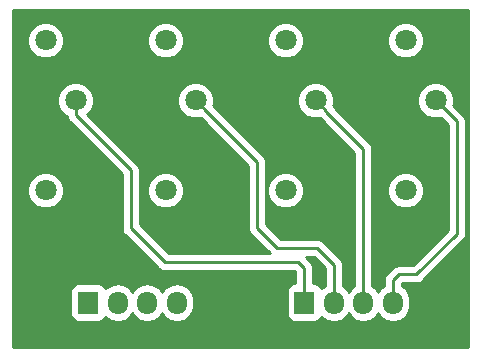
<source format=gbr>
G04 #@! TF.GenerationSoftware,KiCad,Pcbnew,(5.0.0)*
G04 #@! TF.CreationDate,2019-02-26T18:07:47+01:00*
G04 #@! TF.ProjectId,Potentiometer_mount_4LED,506F74656E74696F6D657465725F6D6F,rev?*
G04 #@! TF.SameCoordinates,Original*
G04 #@! TF.FileFunction,Copper,L2,Bot,Signal*
G04 #@! TF.FilePolarity,Positive*
%FSLAX46Y46*%
G04 Gerber Fmt 4.6, Leading zero omitted, Abs format (unit mm)*
G04 Created by KiCad (PCBNEW (5.0.0)) date 02/26/19 18:07:47*
%MOMM*%
%LPD*%
G01*
G04 APERTURE LIST*
G04 #@! TA.AperFunction,ComponentPad*
%ADD10R,1.700000X1.950000*%
G04 #@! TD*
G04 #@! TA.AperFunction,ComponentPad*
%ADD11O,1.700000X1.950000*%
G04 #@! TD*
G04 #@! TA.AperFunction,ComponentPad*
%ADD12C,1.800000*%
G04 #@! TD*
G04 #@! TA.AperFunction,Conductor*
%ADD13C,0.250000*%
G04 #@! TD*
G04 #@! TA.AperFunction,NonConductor*
%ADD14C,0.254000*%
G04 #@! TD*
G04 APERTURE END LIST*
D10*
G04 #@! TO.P,From Stimlator,1*
G04 #@! TO.N,Net-(J1-Pad1)*
X124600000Y-79500000D03*
D11*
G04 #@! TO.P,From Stimlator,2*
G04 #@! TO.N,Net-(J1-Pad2)*
X127100000Y-79500000D03*
G04 #@! TO.P,From Stimlator,3*
G04 #@! TO.N,Net-(J1-Pad3)*
X129600000Y-79500000D03*
G04 #@! TO.P,From Stimlator,4*
G04 #@! TO.N,Net-(J1-Pad4)*
X132100000Y-79500000D03*
G04 #@! TD*
G04 #@! TO.P,To LED,4*
G04 #@! TO.N,Net-(J2-Pad4)*
X150400000Y-79500000D03*
G04 #@! TO.P,To LED,3*
G04 #@! TO.N,Net-(J2-Pad3)*
X147900000Y-79500000D03*
G04 #@! TO.P,To LED,2*
G04 #@! TO.N,Net-(J2-Pad2)*
X145400000Y-79500000D03*
D10*
G04 #@! TO.P,To LED,1*
G04 #@! TO.N,Net-(J2-Pad1)*
X142900000Y-79500000D03*
G04 #@! TD*
D12*
G04 #@! TO.P,LED 1,3*
G04 #@! TO.N,Net-(J1-Pad1)*
X121000000Y-57300000D03*
G04 #@! TO.P,LED 1,2*
G04 #@! TO.N,Net-(J2-Pad1)*
X123540000Y-62380000D03*
G04 #@! TO.P,LED 1,1*
G04 #@! TO.N,Net-(RV1-Pad1)*
X121000000Y-70000000D03*
G04 #@! TD*
G04 #@! TO.P,LED 2,1*
G04 #@! TO.N,Net-(RV2-Pad1)*
X131160000Y-70000000D03*
G04 #@! TO.P,LED 2,2*
G04 #@! TO.N,Net-(J2-Pad2)*
X133700000Y-62380000D03*
G04 #@! TO.P,LED 2,3*
G04 #@! TO.N,Net-(J1-Pad2)*
X131160000Y-57300000D03*
G04 #@! TD*
G04 #@! TO.P,LED 3,3*
G04 #@! TO.N,Net-(J1-Pad3)*
X141320000Y-57300000D03*
G04 #@! TO.P,LED 3,2*
G04 #@! TO.N,Net-(J2-Pad3)*
X143860000Y-62380000D03*
G04 #@! TO.P,LED 3,1*
G04 #@! TO.N,Net-(RV3-Pad1)*
X141320000Y-70000000D03*
G04 #@! TD*
G04 #@! TO.P,LED 4,1*
G04 #@! TO.N,Net-(RV4-Pad1)*
X151480000Y-70000000D03*
G04 #@! TO.P,LED 4,2*
G04 #@! TO.N,Net-(J2-Pad4)*
X154020000Y-62380000D03*
G04 #@! TO.P,LED 4,3*
G04 #@! TO.N,Net-(J1-Pad4)*
X151480000Y-57300000D03*
G04 #@! TD*
D13*
G04 #@! TO.N,Net-(J2-Pad4)*
X154020000Y-62380000D02*
X155800000Y-64160000D01*
X155800000Y-64160000D02*
X155800000Y-73700000D01*
X155800000Y-73700000D02*
X152400000Y-77100000D01*
X152400000Y-77100000D02*
X150900000Y-77100000D01*
X150400000Y-77600000D02*
X150400000Y-79500000D01*
X150900000Y-77100000D02*
X150400000Y-77600000D01*
G04 #@! TO.N,Net-(J2-Pad3)*
X144759999Y-63279999D02*
X144759999Y-63359999D01*
X143860000Y-62380000D02*
X144759999Y-63279999D01*
X147900000Y-66500000D02*
X147900000Y-79500000D01*
X144759999Y-63359999D02*
X147900000Y-66500000D01*
G04 #@! TO.N,Net-(J2-Pad2)*
X134599999Y-63279999D02*
X134599999Y-63299999D01*
X133700000Y-62380000D02*
X134599999Y-63279999D01*
X134599999Y-63299999D02*
X138900000Y-67600000D01*
X138900000Y-67600000D02*
X138900000Y-73200000D01*
X138900000Y-73200000D02*
X140600000Y-74900000D01*
X140600000Y-74900000D02*
X144000000Y-74900000D01*
X145400000Y-76300000D02*
X145400000Y-79500000D01*
X144000000Y-74900000D02*
X145400000Y-76300000D01*
G04 #@! TO.N,Net-(J2-Pad1)*
X142900000Y-76600000D02*
X142900000Y-79500000D01*
X123540000Y-63652792D02*
X128200000Y-68312792D01*
X123540000Y-62380000D02*
X123540000Y-63652792D01*
X128200000Y-68312792D02*
X128200000Y-73200000D01*
X128200000Y-73200000D02*
X131100000Y-76100000D01*
X131100000Y-76100000D02*
X142400000Y-76100000D01*
X142400000Y-76100000D02*
X142900000Y-76600000D01*
G04 #@! TD*
D14*
G36*
X156765001Y-83265000D02*
X118235000Y-83265000D01*
X118235000Y-78525000D01*
X123102560Y-78525000D01*
X123102560Y-80475000D01*
X123151843Y-80722765D01*
X123292191Y-80932809D01*
X123502235Y-81073157D01*
X123750000Y-81122440D01*
X125450000Y-81122440D01*
X125697765Y-81073157D01*
X125907809Y-80932809D01*
X126048157Y-80722765D01*
X126050719Y-80709886D01*
X126520583Y-81023839D01*
X127100000Y-81139092D01*
X127679418Y-81023839D01*
X128170625Y-80695625D01*
X128350000Y-80427171D01*
X128529375Y-80695625D01*
X129020583Y-81023839D01*
X129600000Y-81139092D01*
X130179418Y-81023839D01*
X130670625Y-80695625D01*
X130850000Y-80427171D01*
X131029375Y-80695625D01*
X131520583Y-81023839D01*
X132100000Y-81139092D01*
X132679418Y-81023839D01*
X133170625Y-80695625D01*
X133498839Y-80204417D01*
X133585000Y-79771255D01*
X133585000Y-79228744D01*
X133498839Y-78795582D01*
X133170625Y-78304375D01*
X132679417Y-77976161D01*
X132100000Y-77860908D01*
X131520582Y-77976161D01*
X131029375Y-78304375D01*
X130850000Y-78572829D01*
X130670625Y-78304375D01*
X130179417Y-77976161D01*
X129600000Y-77860908D01*
X129020582Y-77976161D01*
X128529375Y-78304375D01*
X128350000Y-78572829D01*
X128170625Y-78304375D01*
X127679417Y-77976161D01*
X127100000Y-77860908D01*
X126520582Y-77976161D01*
X126050719Y-78290114D01*
X126048157Y-78277235D01*
X125907809Y-78067191D01*
X125697765Y-77926843D01*
X125450000Y-77877560D01*
X123750000Y-77877560D01*
X123502235Y-77926843D01*
X123292191Y-78067191D01*
X123151843Y-78277235D01*
X123102560Y-78525000D01*
X118235000Y-78525000D01*
X118235000Y-69694670D01*
X119465000Y-69694670D01*
X119465000Y-70305330D01*
X119698690Y-70869507D01*
X120130493Y-71301310D01*
X120694670Y-71535000D01*
X121305330Y-71535000D01*
X121869507Y-71301310D01*
X122301310Y-70869507D01*
X122535000Y-70305330D01*
X122535000Y-69694670D01*
X122301310Y-69130493D01*
X121869507Y-68698690D01*
X121305330Y-68465000D01*
X120694670Y-68465000D01*
X120130493Y-68698690D01*
X119698690Y-69130493D01*
X119465000Y-69694670D01*
X118235000Y-69694670D01*
X118235000Y-62074670D01*
X122005000Y-62074670D01*
X122005000Y-62685330D01*
X122238690Y-63249507D01*
X122670493Y-63681310D01*
X122779790Y-63726582D01*
X122824097Y-63949329D01*
X122948084Y-64134888D01*
X122992072Y-64200721D01*
X123055528Y-64243121D01*
X127440000Y-68627594D01*
X127440001Y-73125148D01*
X127425112Y-73200000D01*
X127440001Y-73274852D01*
X127484097Y-73496537D01*
X127652072Y-73747929D01*
X127715528Y-73790329D01*
X130509673Y-76584476D01*
X130552071Y-76647929D01*
X130615524Y-76690327D01*
X130615526Y-76690329D01*
X130740902Y-76774102D01*
X130803463Y-76815904D01*
X131025148Y-76860000D01*
X131025152Y-76860000D01*
X131099999Y-76874888D01*
X131174846Y-76860000D01*
X142085199Y-76860000D01*
X142140000Y-76914802D01*
X142140000Y-77877560D01*
X142050000Y-77877560D01*
X141802235Y-77926843D01*
X141592191Y-78067191D01*
X141451843Y-78277235D01*
X141402560Y-78525000D01*
X141402560Y-80475000D01*
X141451843Y-80722765D01*
X141592191Y-80932809D01*
X141802235Y-81073157D01*
X142050000Y-81122440D01*
X143750000Y-81122440D01*
X143997765Y-81073157D01*
X144207809Y-80932809D01*
X144348157Y-80722765D01*
X144350719Y-80709886D01*
X144820583Y-81023839D01*
X145400000Y-81139092D01*
X145979418Y-81023839D01*
X146470625Y-80695625D01*
X146650000Y-80427171D01*
X146829375Y-80695625D01*
X147320583Y-81023839D01*
X147900000Y-81139092D01*
X148479418Y-81023839D01*
X148970625Y-80695625D01*
X149150000Y-80427171D01*
X149329375Y-80695625D01*
X149820583Y-81023839D01*
X150400000Y-81139092D01*
X150979418Y-81023839D01*
X151470625Y-80695625D01*
X151798839Y-80204417D01*
X151885000Y-79771255D01*
X151885000Y-79228744D01*
X151798839Y-78795582D01*
X151470625Y-78304375D01*
X151160000Y-78096822D01*
X151160000Y-77914801D01*
X151214802Y-77860000D01*
X152325153Y-77860000D01*
X152400000Y-77874888D01*
X152474847Y-77860000D01*
X152474852Y-77860000D01*
X152696537Y-77815904D01*
X152947929Y-77647929D01*
X152990331Y-77584470D01*
X156284473Y-74290329D01*
X156347929Y-74247929D01*
X156515904Y-73996537D01*
X156560000Y-73774852D01*
X156560000Y-73774848D01*
X156574888Y-73700001D01*
X156560000Y-73625154D01*
X156560000Y-64234846D01*
X156574888Y-64159999D01*
X156560000Y-64085152D01*
X156560000Y-64085148D01*
X156515904Y-63863463D01*
X156347929Y-63612071D01*
X156284473Y-63569671D01*
X155509640Y-62794839D01*
X155555000Y-62685330D01*
X155555000Y-62074670D01*
X155321310Y-61510493D01*
X154889507Y-61078690D01*
X154325330Y-60845000D01*
X153714670Y-60845000D01*
X153150493Y-61078690D01*
X152718690Y-61510493D01*
X152485000Y-62074670D01*
X152485000Y-62685330D01*
X152718690Y-63249507D01*
X153150493Y-63681310D01*
X153714670Y-63915000D01*
X154325330Y-63915000D01*
X154434839Y-63869640D01*
X155040000Y-64474802D01*
X155040001Y-73385197D01*
X152085199Y-76340000D01*
X150974848Y-76340000D01*
X150900000Y-76325112D01*
X150825152Y-76340000D01*
X150825148Y-76340000D01*
X150651605Y-76374520D01*
X150603462Y-76384096D01*
X150416418Y-76509076D01*
X150352071Y-76552071D01*
X150309671Y-76615528D01*
X149915529Y-77009669D01*
X149852071Y-77052071D01*
X149684096Y-77303464D01*
X149640000Y-77525149D01*
X149640000Y-77525153D01*
X149625112Y-77600000D01*
X149640000Y-77674847D01*
X149640000Y-78096822D01*
X149329375Y-78304375D01*
X149150000Y-78572829D01*
X148970625Y-78304375D01*
X148660000Y-78096822D01*
X148660000Y-69694670D01*
X149945000Y-69694670D01*
X149945000Y-70305330D01*
X150178690Y-70869507D01*
X150610493Y-71301310D01*
X151174670Y-71535000D01*
X151785330Y-71535000D01*
X152349507Y-71301310D01*
X152781310Y-70869507D01*
X153015000Y-70305330D01*
X153015000Y-69694670D01*
X152781310Y-69130493D01*
X152349507Y-68698690D01*
X151785330Y-68465000D01*
X151174670Y-68465000D01*
X150610493Y-68698690D01*
X150178690Y-69130493D01*
X149945000Y-69694670D01*
X148660000Y-69694670D01*
X148660000Y-66574846D01*
X148674888Y-66499999D01*
X148660000Y-66425152D01*
X148660000Y-66425148D01*
X148615904Y-66203463D01*
X148447929Y-65952071D01*
X148384473Y-65909671D01*
X145480283Y-63005482D01*
X145475903Y-62983462D01*
X145475903Y-62983461D01*
X145350328Y-62795526D01*
X145349728Y-62794627D01*
X145395000Y-62685330D01*
X145395000Y-62074670D01*
X145161310Y-61510493D01*
X144729507Y-61078690D01*
X144165330Y-60845000D01*
X143554670Y-60845000D01*
X142990493Y-61078690D01*
X142558690Y-61510493D01*
X142325000Y-62074670D01*
X142325000Y-62685330D01*
X142558690Y-63249507D01*
X142990493Y-63681310D01*
X143554670Y-63915000D01*
X144165330Y-63915000D01*
X144205639Y-63898303D01*
X144212070Y-63907928D01*
X144275528Y-63950329D01*
X147140000Y-66814802D01*
X147140001Y-78096821D01*
X146829375Y-78304375D01*
X146650000Y-78572829D01*
X146470625Y-78304375D01*
X146160000Y-78096822D01*
X146160000Y-76374847D01*
X146174888Y-76300000D01*
X146160000Y-76225153D01*
X146160000Y-76225148D01*
X146115904Y-76003463D01*
X145947929Y-75752071D01*
X145884473Y-75709671D01*
X144590331Y-74415530D01*
X144547929Y-74352071D01*
X144296537Y-74184096D01*
X144074852Y-74140000D01*
X144074847Y-74140000D01*
X144000000Y-74125112D01*
X143925153Y-74140000D01*
X140914802Y-74140000D01*
X139660000Y-72885199D01*
X139660000Y-69694670D01*
X139785000Y-69694670D01*
X139785000Y-70305330D01*
X140018690Y-70869507D01*
X140450493Y-71301310D01*
X141014670Y-71535000D01*
X141625330Y-71535000D01*
X142189507Y-71301310D01*
X142621310Y-70869507D01*
X142855000Y-70305330D01*
X142855000Y-69694670D01*
X142621310Y-69130493D01*
X142189507Y-68698690D01*
X141625330Y-68465000D01*
X141014670Y-68465000D01*
X140450493Y-68698690D01*
X140018690Y-69130493D01*
X139785000Y-69694670D01*
X139660000Y-69694670D01*
X139660000Y-67674848D01*
X139674888Y-67600000D01*
X139660000Y-67525152D01*
X139660000Y-67525148D01*
X139615904Y-67303463D01*
X139615904Y-67303462D01*
X139490329Y-67115527D01*
X139447929Y-67052071D01*
X139384473Y-67009671D01*
X135230604Y-62855803D01*
X135190328Y-62795526D01*
X135189728Y-62794627D01*
X135235000Y-62685330D01*
X135235000Y-62074670D01*
X135001310Y-61510493D01*
X134569507Y-61078690D01*
X134005330Y-60845000D01*
X133394670Y-60845000D01*
X132830493Y-61078690D01*
X132398690Y-61510493D01*
X132165000Y-62074670D01*
X132165000Y-62685330D01*
X132398690Y-63249507D01*
X132830493Y-63681310D01*
X133394670Y-63915000D01*
X134005330Y-63915000D01*
X134096150Y-63877381D01*
X134115528Y-63890329D01*
X138140000Y-67914802D01*
X138140001Y-73125148D01*
X138125112Y-73200000D01*
X138140001Y-73274852D01*
X138184097Y-73496537D01*
X138352072Y-73747929D01*
X138415528Y-73790329D01*
X139965198Y-75340000D01*
X131414803Y-75340000D01*
X128960000Y-72885199D01*
X128960000Y-69694670D01*
X129625000Y-69694670D01*
X129625000Y-70305330D01*
X129858690Y-70869507D01*
X130290493Y-71301310D01*
X130854670Y-71535000D01*
X131465330Y-71535000D01*
X132029507Y-71301310D01*
X132461310Y-70869507D01*
X132695000Y-70305330D01*
X132695000Y-69694670D01*
X132461310Y-69130493D01*
X132029507Y-68698690D01*
X131465330Y-68465000D01*
X130854670Y-68465000D01*
X130290493Y-68698690D01*
X129858690Y-69130493D01*
X129625000Y-69694670D01*
X128960000Y-69694670D01*
X128960000Y-68387638D01*
X128974888Y-68312791D01*
X128960000Y-68237944D01*
X128960000Y-68237940D01*
X128915904Y-68016255D01*
X128747929Y-67764863D01*
X128684473Y-67722463D01*
X124526413Y-63564404D01*
X124841310Y-63249507D01*
X125075000Y-62685330D01*
X125075000Y-62074670D01*
X124841310Y-61510493D01*
X124409507Y-61078690D01*
X123845330Y-60845000D01*
X123234670Y-60845000D01*
X122670493Y-61078690D01*
X122238690Y-61510493D01*
X122005000Y-62074670D01*
X118235000Y-62074670D01*
X118235000Y-56994670D01*
X119465000Y-56994670D01*
X119465000Y-57605330D01*
X119698690Y-58169507D01*
X120130493Y-58601310D01*
X120694670Y-58835000D01*
X121305330Y-58835000D01*
X121869507Y-58601310D01*
X122301310Y-58169507D01*
X122535000Y-57605330D01*
X122535000Y-56994670D01*
X129625000Y-56994670D01*
X129625000Y-57605330D01*
X129858690Y-58169507D01*
X130290493Y-58601310D01*
X130854670Y-58835000D01*
X131465330Y-58835000D01*
X132029507Y-58601310D01*
X132461310Y-58169507D01*
X132695000Y-57605330D01*
X132695000Y-56994670D01*
X139785000Y-56994670D01*
X139785000Y-57605330D01*
X140018690Y-58169507D01*
X140450493Y-58601310D01*
X141014670Y-58835000D01*
X141625330Y-58835000D01*
X142189507Y-58601310D01*
X142621310Y-58169507D01*
X142855000Y-57605330D01*
X142855000Y-56994670D01*
X149945000Y-56994670D01*
X149945000Y-57605330D01*
X150178690Y-58169507D01*
X150610493Y-58601310D01*
X151174670Y-58835000D01*
X151785330Y-58835000D01*
X152349507Y-58601310D01*
X152781310Y-58169507D01*
X153015000Y-57605330D01*
X153015000Y-56994670D01*
X152781310Y-56430493D01*
X152349507Y-55998690D01*
X151785330Y-55765000D01*
X151174670Y-55765000D01*
X150610493Y-55998690D01*
X150178690Y-56430493D01*
X149945000Y-56994670D01*
X142855000Y-56994670D01*
X142621310Y-56430493D01*
X142189507Y-55998690D01*
X141625330Y-55765000D01*
X141014670Y-55765000D01*
X140450493Y-55998690D01*
X140018690Y-56430493D01*
X139785000Y-56994670D01*
X132695000Y-56994670D01*
X132461310Y-56430493D01*
X132029507Y-55998690D01*
X131465330Y-55765000D01*
X130854670Y-55765000D01*
X130290493Y-55998690D01*
X129858690Y-56430493D01*
X129625000Y-56994670D01*
X122535000Y-56994670D01*
X122301310Y-56430493D01*
X121869507Y-55998690D01*
X121305330Y-55765000D01*
X120694670Y-55765000D01*
X120130493Y-55998690D01*
X119698690Y-56430493D01*
X119465000Y-56994670D01*
X118235000Y-56994670D01*
X118235000Y-54735000D01*
X156765000Y-54735000D01*
X156765001Y-83265000D01*
X156765001Y-83265000D01*
G37*
X156765001Y-83265000D02*
X118235000Y-83265000D01*
X118235000Y-78525000D01*
X123102560Y-78525000D01*
X123102560Y-80475000D01*
X123151843Y-80722765D01*
X123292191Y-80932809D01*
X123502235Y-81073157D01*
X123750000Y-81122440D01*
X125450000Y-81122440D01*
X125697765Y-81073157D01*
X125907809Y-80932809D01*
X126048157Y-80722765D01*
X126050719Y-80709886D01*
X126520583Y-81023839D01*
X127100000Y-81139092D01*
X127679418Y-81023839D01*
X128170625Y-80695625D01*
X128350000Y-80427171D01*
X128529375Y-80695625D01*
X129020583Y-81023839D01*
X129600000Y-81139092D01*
X130179418Y-81023839D01*
X130670625Y-80695625D01*
X130850000Y-80427171D01*
X131029375Y-80695625D01*
X131520583Y-81023839D01*
X132100000Y-81139092D01*
X132679418Y-81023839D01*
X133170625Y-80695625D01*
X133498839Y-80204417D01*
X133585000Y-79771255D01*
X133585000Y-79228744D01*
X133498839Y-78795582D01*
X133170625Y-78304375D01*
X132679417Y-77976161D01*
X132100000Y-77860908D01*
X131520582Y-77976161D01*
X131029375Y-78304375D01*
X130850000Y-78572829D01*
X130670625Y-78304375D01*
X130179417Y-77976161D01*
X129600000Y-77860908D01*
X129020582Y-77976161D01*
X128529375Y-78304375D01*
X128350000Y-78572829D01*
X128170625Y-78304375D01*
X127679417Y-77976161D01*
X127100000Y-77860908D01*
X126520582Y-77976161D01*
X126050719Y-78290114D01*
X126048157Y-78277235D01*
X125907809Y-78067191D01*
X125697765Y-77926843D01*
X125450000Y-77877560D01*
X123750000Y-77877560D01*
X123502235Y-77926843D01*
X123292191Y-78067191D01*
X123151843Y-78277235D01*
X123102560Y-78525000D01*
X118235000Y-78525000D01*
X118235000Y-69694670D01*
X119465000Y-69694670D01*
X119465000Y-70305330D01*
X119698690Y-70869507D01*
X120130493Y-71301310D01*
X120694670Y-71535000D01*
X121305330Y-71535000D01*
X121869507Y-71301310D01*
X122301310Y-70869507D01*
X122535000Y-70305330D01*
X122535000Y-69694670D01*
X122301310Y-69130493D01*
X121869507Y-68698690D01*
X121305330Y-68465000D01*
X120694670Y-68465000D01*
X120130493Y-68698690D01*
X119698690Y-69130493D01*
X119465000Y-69694670D01*
X118235000Y-69694670D01*
X118235000Y-62074670D01*
X122005000Y-62074670D01*
X122005000Y-62685330D01*
X122238690Y-63249507D01*
X122670493Y-63681310D01*
X122779790Y-63726582D01*
X122824097Y-63949329D01*
X122948084Y-64134888D01*
X122992072Y-64200721D01*
X123055528Y-64243121D01*
X127440000Y-68627594D01*
X127440001Y-73125148D01*
X127425112Y-73200000D01*
X127440001Y-73274852D01*
X127484097Y-73496537D01*
X127652072Y-73747929D01*
X127715528Y-73790329D01*
X130509673Y-76584476D01*
X130552071Y-76647929D01*
X130615524Y-76690327D01*
X130615526Y-76690329D01*
X130740902Y-76774102D01*
X130803463Y-76815904D01*
X131025148Y-76860000D01*
X131025152Y-76860000D01*
X131099999Y-76874888D01*
X131174846Y-76860000D01*
X142085199Y-76860000D01*
X142140000Y-76914802D01*
X142140000Y-77877560D01*
X142050000Y-77877560D01*
X141802235Y-77926843D01*
X141592191Y-78067191D01*
X141451843Y-78277235D01*
X141402560Y-78525000D01*
X141402560Y-80475000D01*
X141451843Y-80722765D01*
X141592191Y-80932809D01*
X141802235Y-81073157D01*
X142050000Y-81122440D01*
X143750000Y-81122440D01*
X143997765Y-81073157D01*
X144207809Y-80932809D01*
X144348157Y-80722765D01*
X144350719Y-80709886D01*
X144820583Y-81023839D01*
X145400000Y-81139092D01*
X145979418Y-81023839D01*
X146470625Y-80695625D01*
X146650000Y-80427171D01*
X146829375Y-80695625D01*
X147320583Y-81023839D01*
X147900000Y-81139092D01*
X148479418Y-81023839D01*
X148970625Y-80695625D01*
X149150000Y-80427171D01*
X149329375Y-80695625D01*
X149820583Y-81023839D01*
X150400000Y-81139092D01*
X150979418Y-81023839D01*
X151470625Y-80695625D01*
X151798839Y-80204417D01*
X151885000Y-79771255D01*
X151885000Y-79228744D01*
X151798839Y-78795582D01*
X151470625Y-78304375D01*
X151160000Y-78096822D01*
X151160000Y-77914801D01*
X151214802Y-77860000D01*
X152325153Y-77860000D01*
X152400000Y-77874888D01*
X152474847Y-77860000D01*
X152474852Y-77860000D01*
X152696537Y-77815904D01*
X152947929Y-77647929D01*
X152990331Y-77584470D01*
X156284473Y-74290329D01*
X156347929Y-74247929D01*
X156515904Y-73996537D01*
X156560000Y-73774852D01*
X156560000Y-73774848D01*
X156574888Y-73700001D01*
X156560000Y-73625154D01*
X156560000Y-64234846D01*
X156574888Y-64159999D01*
X156560000Y-64085152D01*
X156560000Y-64085148D01*
X156515904Y-63863463D01*
X156347929Y-63612071D01*
X156284473Y-63569671D01*
X155509640Y-62794839D01*
X155555000Y-62685330D01*
X155555000Y-62074670D01*
X155321310Y-61510493D01*
X154889507Y-61078690D01*
X154325330Y-60845000D01*
X153714670Y-60845000D01*
X153150493Y-61078690D01*
X152718690Y-61510493D01*
X152485000Y-62074670D01*
X152485000Y-62685330D01*
X152718690Y-63249507D01*
X153150493Y-63681310D01*
X153714670Y-63915000D01*
X154325330Y-63915000D01*
X154434839Y-63869640D01*
X155040000Y-64474802D01*
X155040001Y-73385197D01*
X152085199Y-76340000D01*
X150974848Y-76340000D01*
X150900000Y-76325112D01*
X150825152Y-76340000D01*
X150825148Y-76340000D01*
X150651605Y-76374520D01*
X150603462Y-76384096D01*
X150416418Y-76509076D01*
X150352071Y-76552071D01*
X150309671Y-76615528D01*
X149915529Y-77009669D01*
X149852071Y-77052071D01*
X149684096Y-77303464D01*
X149640000Y-77525149D01*
X149640000Y-77525153D01*
X149625112Y-77600000D01*
X149640000Y-77674847D01*
X149640000Y-78096822D01*
X149329375Y-78304375D01*
X149150000Y-78572829D01*
X148970625Y-78304375D01*
X148660000Y-78096822D01*
X148660000Y-69694670D01*
X149945000Y-69694670D01*
X149945000Y-70305330D01*
X150178690Y-70869507D01*
X150610493Y-71301310D01*
X151174670Y-71535000D01*
X151785330Y-71535000D01*
X152349507Y-71301310D01*
X152781310Y-70869507D01*
X153015000Y-70305330D01*
X153015000Y-69694670D01*
X152781310Y-69130493D01*
X152349507Y-68698690D01*
X151785330Y-68465000D01*
X151174670Y-68465000D01*
X150610493Y-68698690D01*
X150178690Y-69130493D01*
X149945000Y-69694670D01*
X148660000Y-69694670D01*
X148660000Y-66574846D01*
X148674888Y-66499999D01*
X148660000Y-66425152D01*
X148660000Y-66425148D01*
X148615904Y-66203463D01*
X148447929Y-65952071D01*
X148384473Y-65909671D01*
X145480283Y-63005482D01*
X145475903Y-62983462D01*
X145475903Y-62983461D01*
X145350328Y-62795526D01*
X145349728Y-62794627D01*
X145395000Y-62685330D01*
X145395000Y-62074670D01*
X145161310Y-61510493D01*
X144729507Y-61078690D01*
X144165330Y-60845000D01*
X143554670Y-60845000D01*
X142990493Y-61078690D01*
X142558690Y-61510493D01*
X142325000Y-62074670D01*
X142325000Y-62685330D01*
X142558690Y-63249507D01*
X142990493Y-63681310D01*
X143554670Y-63915000D01*
X144165330Y-63915000D01*
X144205639Y-63898303D01*
X144212070Y-63907928D01*
X144275528Y-63950329D01*
X147140000Y-66814802D01*
X147140001Y-78096821D01*
X146829375Y-78304375D01*
X146650000Y-78572829D01*
X146470625Y-78304375D01*
X146160000Y-78096822D01*
X146160000Y-76374847D01*
X146174888Y-76300000D01*
X146160000Y-76225153D01*
X146160000Y-76225148D01*
X146115904Y-76003463D01*
X145947929Y-75752071D01*
X145884473Y-75709671D01*
X144590331Y-74415530D01*
X144547929Y-74352071D01*
X144296537Y-74184096D01*
X144074852Y-74140000D01*
X144074847Y-74140000D01*
X144000000Y-74125112D01*
X143925153Y-74140000D01*
X140914802Y-74140000D01*
X139660000Y-72885199D01*
X139660000Y-69694670D01*
X139785000Y-69694670D01*
X139785000Y-70305330D01*
X140018690Y-70869507D01*
X140450493Y-71301310D01*
X141014670Y-71535000D01*
X141625330Y-71535000D01*
X142189507Y-71301310D01*
X142621310Y-70869507D01*
X142855000Y-70305330D01*
X142855000Y-69694670D01*
X142621310Y-69130493D01*
X142189507Y-68698690D01*
X141625330Y-68465000D01*
X141014670Y-68465000D01*
X140450493Y-68698690D01*
X140018690Y-69130493D01*
X139785000Y-69694670D01*
X139660000Y-69694670D01*
X139660000Y-67674848D01*
X139674888Y-67600000D01*
X139660000Y-67525152D01*
X139660000Y-67525148D01*
X139615904Y-67303463D01*
X139615904Y-67303462D01*
X139490329Y-67115527D01*
X139447929Y-67052071D01*
X139384473Y-67009671D01*
X135230604Y-62855803D01*
X135190328Y-62795526D01*
X135189728Y-62794627D01*
X135235000Y-62685330D01*
X135235000Y-62074670D01*
X135001310Y-61510493D01*
X134569507Y-61078690D01*
X134005330Y-60845000D01*
X133394670Y-60845000D01*
X132830493Y-61078690D01*
X132398690Y-61510493D01*
X132165000Y-62074670D01*
X132165000Y-62685330D01*
X132398690Y-63249507D01*
X132830493Y-63681310D01*
X133394670Y-63915000D01*
X134005330Y-63915000D01*
X134096150Y-63877381D01*
X134115528Y-63890329D01*
X138140000Y-67914802D01*
X138140001Y-73125148D01*
X138125112Y-73200000D01*
X138140001Y-73274852D01*
X138184097Y-73496537D01*
X138352072Y-73747929D01*
X138415528Y-73790329D01*
X139965198Y-75340000D01*
X131414803Y-75340000D01*
X128960000Y-72885199D01*
X128960000Y-69694670D01*
X129625000Y-69694670D01*
X129625000Y-70305330D01*
X129858690Y-70869507D01*
X130290493Y-71301310D01*
X130854670Y-71535000D01*
X131465330Y-71535000D01*
X132029507Y-71301310D01*
X132461310Y-70869507D01*
X132695000Y-70305330D01*
X132695000Y-69694670D01*
X132461310Y-69130493D01*
X132029507Y-68698690D01*
X131465330Y-68465000D01*
X130854670Y-68465000D01*
X130290493Y-68698690D01*
X129858690Y-69130493D01*
X129625000Y-69694670D01*
X128960000Y-69694670D01*
X128960000Y-68387638D01*
X128974888Y-68312791D01*
X128960000Y-68237944D01*
X128960000Y-68237940D01*
X128915904Y-68016255D01*
X128747929Y-67764863D01*
X128684473Y-67722463D01*
X124526413Y-63564404D01*
X124841310Y-63249507D01*
X125075000Y-62685330D01*
X125075000Y-62074670D01*
X124841310Y-61510493D01*
X124409507Y-61078690D01*
X123845330Y-60845000D01*
X123234670Y-60845000D01*
X122670493Y-61078690D01*
X122238690Y-61510493D01*
X122005000Y-62074670D01*
X118235000Y-62074670D01*
X118235000Y-56994670D01*
X119465000Y-56994670D01*
X119465000Y-57605330D01*
X119698690Y-58169507D01*
X120130493Y-58601310D01*
X120694670Y-58835000D01*
X121305330Y-58835000D01*
X121869507Y-58601310D01*
X122301310Y-58169507D01*
X122535000Y-57605330D01*
X122535000Y-56994670D01*
X129625000Y-56994670D01*
X129625000Y-57605330D01*
X129858690Y-58169507D01*
X130290493Y-58601310D01*
X130854670Y-58835000D01*
X131465330Y-58835000D01*
X132029507Y-58601310D01*
X132461310Y-58169507D01*
X132695000Y-57605330D01*
X132695000Y-56994670D01*
X139785000Y-56994670D01*
X139785000Y-57605330D01*
X140018690Y-58169507D01*
X140450493Y-58601310D01*
X141014670Y-58835000D01*
X141625330Y-58835000D01*
X142189507Y-58601310D01*
X142621310Y-58169507D01*
X142855000Y-57605330D01*
X142855000Y-56994670D01*
X149945000Y-56994670D01*
X149945000Y-57605330D01*
X150178690Y-58169507D01*
X150610493Y-58601310D01*
X151174670Y-58835000D01*
X151785330Y-58835000D01*
X152349507Y-58601310D01*
X152781310Y-58169507D01*
X153015000Y-57605330D01*
X153015000Y-56994670D01*
X152781310Y-56430493D01*
X152349507Y-55998690D01*
X151785330Y-55765000D01*
X151174670Y-55765000D01*
X150610493Y-55998690D01*
X150178690Y-56430493D01*
X149945000Y-56994670D01*
X142855000Y-56994670D01*
X142621310Y-56430493D01*
X142189507Y-55998690D01*
X141625330Y-55765000D01*
X141014670Y-55765000D01*
X140450493Y-55998690D01*
X140018690Y-56430493D01*
X139785000Y-56994670D01*
X132695000Y-56994670D01*
X132461310Y-56430493D01*
X132029507Y-55998690D01*
X131465330Y-55765000D01*
X130854670Y-55765000D01*
X130290493Y-55998690D01*
X129858690Y-56430493D01*
X129625000Y-56994670D01*
X122535000Y-56994670D01*
X122301310Y-56430493D01*
X121869507Y-55998690D01*
X121305330Y-55765000D01*
X120694670Y-55765000D01*
X120130493Y-55998690D01*
X119698690Y-56430493D01*
X119465000Y-56994670D01*
X118235000Y-56994670D01*
X118235000Y-54735000D01*
X156765000Y-54735000D01*
X156765001Y-83265000D01*
G36*
X144640000Y-76614802D02*
X144640001Y-78096822D01*
X144350719Y-78290114D01*
X144348157Y-78277235D01*
X144207809Y-78067191D01*
X143997765Y-77926843D01*
X143750000Y-77877560D01*
X143660000Y-77877560D01*
X143660000Y-76674848D01*
X143674888Y-76600000D01*
X143660000Y-76525152D01*
X143660000Y-76525148D01*
X143615904Y-76303463D01*
X143615904Y-76303462D01*
X143490329Y-76115527D01*
X143447929Y-76052071D01*
X143384473Y-76009671D01*
X143034801Y-75660000D01*
X143685199Y-75660000D01*
X144640000Y-76614802D01*
X144640000Y-76614802D01*
G37*
X144640000Y-76614802D02*
X144640001Y-78096822D01*
X144350719Y-78290114D01*
X144348157Y-78277235D01*
X144207809Y-78067191D01*
X143997765Y-77926843D01*
X143750000Y-77877560D01*
X143660000Y-77877560D01*
X143660000Y-76674848D01*
X143674888Y-76600000D01*
X143660000Y-76525152D01*
X143660000Y-76525148D01*
X143615904Y-76303463D01*
X143615904Y-76303462D01*
X143490329Y-76115527D01*
X143447929Y-76052071D01*
X143384473Y-76009671D01*
X143034801Y-75660000D01*
X143685199Y-75660000D01*
X144640000Y-76614802D01*
M02*

</source>
